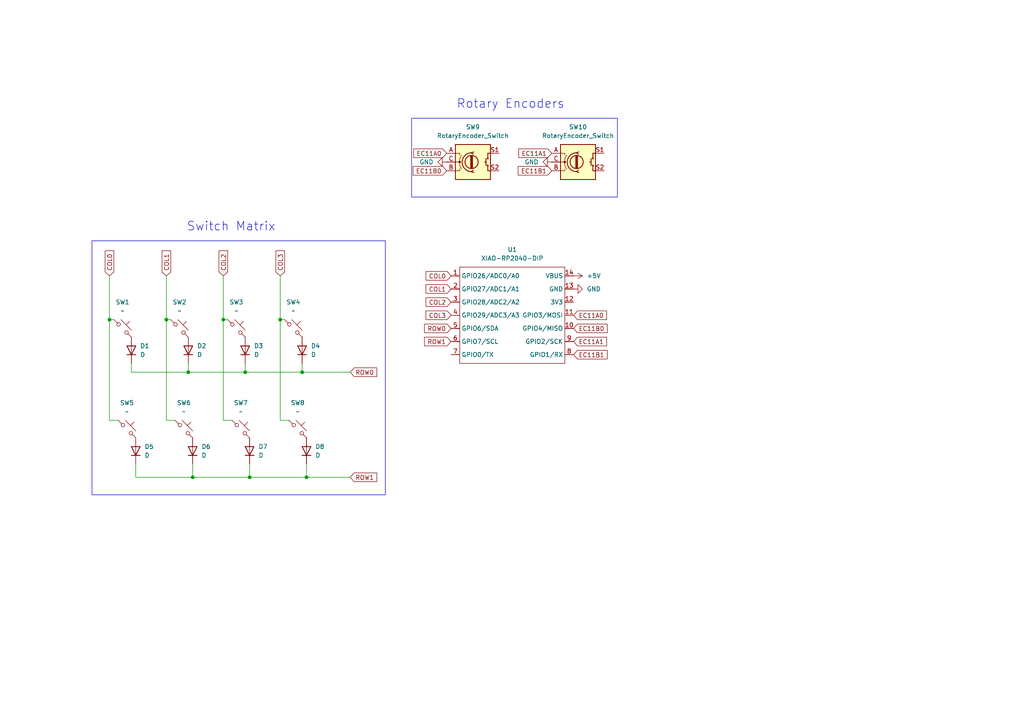
<source format=kicad_sch>
(kicad_sch
	(version 20250114)
	(generator "eeschema")
	(generator_version "9.0")
	(uuid "e5c40d3f-dc5b-46bd-a968-64e43e3e6c56")
	(paper "A4")
	(lib_symbols
		(symbol "Device:D"
			(pin_numbers
				(hide yes)
			)
			(pin_names
				(offset 1.016)
				(hide yes)
			)
			(exclude_from_sim no)
			(in_bom yes)
			(on_board yes)
			(property "Reference" "D"
				(at 0 2.54 0)
				(effects
					(font
						(size 1.27 1.27)
					)
				)
			)
			(property "Value" "D"
				(at 0 -2.54 0)
				(effects
					(font
						(size 1.27 1.27)
					)
				)
			)
			(property "Footprint" ""
				(at 0 0 0)
				(effects
					(font
						(size 1.27 1.27)
					)
					(hide yes)
				)
			)
			(property "Datasheet" "~"
				(at 0 0 0)
				(effects
					(font
						(size 1.27 1.27)
					)
					(hide yes)
				)
			)
			(property "Description" "Diode"
				(at 0 0 0)
				(effects
					(font
						(size 1.27 1.27)
					)
					(hide yes)
				)
			)
			(property "Sim.Device" "D"
				(at 0 0 0)
				(effects
					(font
						(size 1.27 1.27)
					)
					(hide yes)
				)
			)
			(property "Sim.Pins" "1=K 2=A"
				(at 0 0 0)
				(effects
					(font
						(size 1.27 1.27)
					)
					(hide yes)
				)
			)
			(property "ki_keywords" "diode"
				(at 0 0 0)
				(effects
					(font
						(size 1.27 1.27)
					)
					(hide yes)
				)
			)
			(property "ki_fp_filters" "TO-???* *_Diode_* *SingleDiode* D_*"
				(at 0 0 0)
				(effects
					(font
						(size 1.27 1.27)
					)
					(hide yes)
				)
			)
			(symbol "D_0_1"
				(polyline
					(pts
						(xy -1.27 1.27) (xy -1.27 -1.27)
					)
					(stroke
						(width 0.254)
						(type default)
					)
					(fill
						(type none)
					)
				)
				(polyline
					(pts
						(xy 1.27 1.27) (xy 1.27 -1.27) (xy -1.27 0) (xy 1.27 1.27)
					)
					(stroke
						(width 0.254)
						(type default)
					)
					(fill
						(type none)
					)
				)
				(polyline
					(pts
						(xy 1.27 0) (xy -1.27 0)
					)
					(stroke
						(width 0)
						(type default)
					)
					(fill
						(type none)
					)
				)
			)
			(symbol "D_1_1"
				(pin passive line
					(at -3.81 0 0)
					(length 2.54)
					(name "K"
						(effects
							(font
								(size 1.27 1.27)
							)
						)
					)
					(number "1"
						(effects
							(font
								(size 1.27 1.27)
							)
						)
					)
				)
				(pin passive line
					(at 3.81 0 180)
					(length 2.54)
					(name "A"
						(effects
							(font
								(size 1.27 1.27)
							)
						)
					)
					(number "2"
						(effects
							(font
								(size 1.27 1.27)
							)
						)
					)
				)
			)
			(embedded_fonts no)
		)
		(symbol "Device:RotaryEncoder_Switch"
			(pin_names
				(offset 0.254)
				(hide yes)
			)
			(exclude_from_sim no)
			(in_bom yes)
			(on_board yes)
			(property "Reference" "SW"
				(at 0 6.604 0)
				(effects
					(font
						(size 1.27 1.27)
					)
				)
			)
			(property "Value" "RotaryEncoder_Switch"
				(at 0 -6.604 0)
				(effects
					(font
						(size 1.27 1.27)
					)
				)
			)
			(property "Footprint" ""
				(at -3.81 4.064 0)
				(effects
					(font
						(size 1.27 1.27)
					)
					(hide yes)
				)
			)
			(property "Datasheet" "~"
				(at 0 6.604 0)
				(effects
					(font
						(size 1.27 1.27)
					)
					(hide yes)
				)
			)
			(property "Description" "Rotary encoder, dual channel, incremental quadrate outputs, with switch"
				(at 0 0 0)
				(effects
					(font
						(size 1.27 1.27)
					)
					(hide yes)
				)
			)
			(property "ki_keywords" "rotary switch encoder switch push button"
				(at 0 0 0)
				(effects
					(font
						(size 1.27 1.27)
					)
					(hide yes)
				)
			)
			(property "ki_fp_filters" "RotaryEncoder*Switch*"
				(at 0 0 0)
				(effects
					(font
						(size 1.27 1.27)
					)
					(hide yes)
				)
			)
			(symbol "RotaryEncoder_Switch_0_1"
				(rectangle
					(start -5.08 5.08)
					(end 5.08 -5.08)
					(stroke
						(width 0.254)
						(type default)
					)
					(fill
						(type background)
					)
				)
				(polyline
					(pts
						(xy -5.08 2.54) (xy -3.81 2.54) (xy -3.81 2.032)
					)
					(stroke
						(width 0)
						(type default)
					)
					(fill
						(type none)
					)
				)
				(polyline
					(pts
						(xy -5.08 0) (xy -3.81 0) (xy -3.81 -1.016) (xy -3.302 -2.032)
					)
					(stroke
						(width 0)
						(type default)
					)
					(fill
						(type none)
					)
				)
				(polyline
					(pts
						(xy -5.08 -2.54) (xy -3.81 -2.54) (xy -3.81 -2.032)
					)
					(stroke
						(width 0)
						(type default)
					)
					(fill
						(type none)
					)
				)
				(polyline
					(pts
						(xy -4.318 0) (xy -3.81 0) (xy -3.81 1.016) (xy -3.302 2.032)
					)
					(stroke
						(width 0)
						(type default)
					)
					(fill
						(type none)
					)
				)
				(circle
					(center -3.81 0)
					(radius 0.254)
					(stroke
						(width 0)
						(type default)
					)
					(fill
						(type outline)
					)
				)
				(polyline
					(pts
						(xy -0.635 -1.778) (xy -0.635 1.778)
					)
					(stroke
						(width 0.254)
						(type default)
					)
					(fill
						(type none)
					)
				)
				(circle
					(center -0.381 0)
					(radius 1.905)
					(stroke
						(width 0.254)
						(type default)
					)
					(fill
						(type none)
					)
				)
				(polyline
					(pts
						(xy -0.381 -1.778) (xy -0.381 1.778)
					)
					(stroke
						(width 0.254)
						(type default)
					)
					(fill
						(type none)
					)
				)
				(arc
					(start -0.381 -2.794)
					(mid -3.0988 -0.0635)
					(end -0.381 2.667)
					(stroke
						(width 0.254)
						(type default)
					)
					(fill
						(type none)
					)
				)
				(polyline
					(pts
						(xy -0.127 1.778) (xy -0.127 -1.778)
					)
					(stroke
						(width 0.254)
						(type default)
					)
					(fill
						(type none)
					)
				)
				(polyline
					(pts
						(xy 0.254 2.921) (xy -0.508 2.667) (xy 0.127 2.286)
					)
					(stroke
						(width 0.254)
						(type default)
					)
					(fill
						(type none)
					)
				)
				(polyline
					(pts
						(xy 0.254 -3.048) (xy -0.508 -2.794) (xy 0.127 -2.413)
					)
					(stroke
						(width 0.254)
						(type default)
					)
					(fill
						(type none)
					)
				)
				(polyline
					(pts
						(xy 3.81 1.016) (xy 3.81 -1.016)
					)
					(stroke
						(width 0.254)
						(type default)
					)
					(fill
						(type none)
					)
				)
				(polyline
					(pts
						(xy 3.81 0) (xy 3.429 0)
					)
					(stroke
						(width 0.254)
						(type default)
					)
					(fill
						(type none)
					)
				)
				(circle
					(center 4.318 1.016)
					(radius 0.127)
					(stroke
						(width 0.254)
						(type default)
					)
					(fill
						(type none)
					)
				)
				(circle
					(center 4.318 -1.016)
					(radius 0.127)
					(stroke
						(width 0.254)
						(type default)
					)
					(fill
						(type none)
					)
				)
				(polyline
					(pts
						(xy 5.08 2.54) (xy 4.318 2.54) (xy 4.318 1.016)
					)
					(stroke
						(width 0.254)
						(type default)
					)
					(fill
						(type none)
					)
				)
				(polyline
					(pts
						(xy 5.08 -2.54) (xy 4.318 -2.54) (xy 4.318 -1.016)
					)
					(stroke
						(width 0.254)
						(type default)
					)
					(fill
						(type none)
					)
				)
			)
			(symbol "RotaryEncoder_Switch_1_1"
				(pin passive line
					(at -7.62 2.54 0)
					(length 2.54)
					(name "A"
						(effects
							(font
								(size 1.27 1.27)
							)
						)
					)
					(number "A"
						(effects
							(font
								(size 1.27 1.27)
							)
						)
					)
				)
				(pin passive line
					(at -7.62 0 0)
					(length 2.54)
					(name "C"
						(effects
							(font
								(size 1.27 1.27)
							)
						)
					)
					(number "C"
						(effects
							(font
								(size 1.27 1.27)
							)
						)
					)
				)
				(pin passive line
					(at -7.62 -2.54 0)
					(length 2.54)
					(name "B"
						(effects
							(font
								(size 1.27 1.27)
							)
						)
					)
					(number "B"
						(effects
							(font
								(size 1.27 1.27)
							)
						)
					)
				)
				(pin passive line
					(at 7.62 2.54 180)
					(length 2.54)
					(name "S1"
						(effects
							(font
								(size 1.27 1.27)
							)
						)
					)
					(number "S1"
						(effects
							(font
								(size 1.27 1.27)
							)
						)
					)
				)
				(pin passive line
					(at 7.62 -2.54 180)
					(length 2.54)
					(name "S2"
						(effects
							(font
								(size 1.27 1.27)
							)
						)
					)
					(number "S2"
						(effects
							(font
								(size 1.27 1.27)
							)
						)
					)
				)
			)
			(embedded_fonts no)
		)
		(symbol "OPL:XIAO-RP2040-DIP"
			(exclude_from_sim no)
			(in_bom yes)
			(on_board yes)
			(property "Reference" "U"
				(at 0 0 0)
				(effects
					(font
						(size 1.27 1.27)
					)
				)
			)
			(property "Value" "XIAO-RP2040-DIP"
				(at 5.334 -1.778 0)
				(effects
					(font
						(size 1.27 1.27)
					)
				)
			)
			(property "Footprint" "Module:MOUDLE14P-XIAO-DIP-SMD"
				(at 14.478 -32.258 0)
				(effects
					(font
						(size 1.27 1.27)
					)
					(hide yes)
				)
			)
			(property "Datasheet" ""
				(at 0 0 0)
				(effects
					(font
						(size 1.27 1.27)
					)
					(hide yes)
				)
			)
			(property "Description" ""
				(at 0 0 0)
				(effects
					(font
						(size 1.27 1.27)
					)
					(hide yes)
				)
			)
			(symbol "XIAO-RP2040-DIP_1_0"
				(polyline
					(pts
						(xy -1.27 -2.54) (xy 29.21 -2.54)
					)
					(stroke
						(width 0.1524)
						(type solid)
					)
					(fill
						(type none)
					)
				)
				(polyline
					(pts
						(xy -1.27 -5.08) (xy -2.54 -5.08)
					)
					(stroke
						(width 0.1524)
						(type solid)
					)
					(fill
						(type none)
					)
				)
				(polyline
					(pts
						(xy -1.27 -5.08) (xy -1.27 -2.54)
					)
					(stroke
						(width 0.1524)
						(type solid)
					)
					(fill
						(type none)
					)
				)
				(polyline
					(pts
						(xy -1.27 -8.89) (xy -2.54 -8.89)
					)
					(stroke
						(width 0.1524)
						(type solid)
					)
					(fill
						(type none)
					)
				)
				(polyline
					(pts
						(xy -1.27 -8.89) (xy -1.27 -5.08)
					)
					(stroke
						(width 0.1524)
						(type solid)
					)
					(fill
						(type none)
					)
				)
				(polyline
					(pts
						(xy -1.27 -12.7) (xy -2.54 -12.7)
					)
					(stroke
						(width 0.1524)
						(type solid)
					)
					(fill
						(type none)
					)
				)
				(polyline
					(pts
						(xy -1.27 -12.7) (xy -1.27 -8.89)
					)
					(stroke
						(width 0.1524)
						(type solid)
					)
					(fill
						(type none)
					)
				)
				(polyline
					(pts
						(xy -1.27 -16.51) (xy -2.54 -16.51)
					)
					(stroke
						(width 0.1524)
						(type solid)
					)
					(fill
						(type none)
					)
				)
				(polyline
					(pts
						(xy -1.27 -16.51) (xy -1.27 -12.7)
					)
					(stroke
						(width 0.1524)
						(type solid)
					)
					(fill
						(type none)
					)
				)
				(polyline
					(pts
						(xy -1.27 -20.32) (xy -2.54 -20.32)
					)
					(stroke
						(width 0.1524)
						(type solid)
					)
					(fill
						(type none)
					)
				)
				(polyline
					(pts
						(xy -1.27 -24.13) (xy -2.54 -24.13)
					)
					(stroke
						(width 0.1524)
						(type solid)
					)
					(fill
						(type none)
					)
				)
				(polyline
					(pts
						(xy -1.27 -27.94) (xy -2.54 -27.94)
					)
					(stroke
						(width 0.1524)
						(type solid)
					)
					(fill
						(type none)
					)
				)
				(polyline
					(pts
						(xy -1.27 -30.48) (xy -1.27 -16.51)
					)
					(stroke
						(width 0.1524)
						(type solid)
					)
					(fill
						(type none)
					)
				)
				(polyline
					(pts
						(xy 29.21 -2.54) (xy 29.21 -5.08)
					)
					(stroke
						(width 0.1524)
						(type solid)
					)
					(fill
						(type none)
					)
				)
				(polyline
					(pts
						(xy 29.21 -5.08) (xy 29.21 -8.89)
					)
					(stroke
						(width 0.1524)
						(type solid)
					)
					(fill
						(type none)
					)
				)
				(polyline
					(pts
						(xy 29.21 -8.89) (xy 29.21 -12.7)
					)
					(stroke
						(width 0.1524)
						(type solid)
					)
					(fill
						(type none)
					)
				)
				(polyline
					(pts
						(xy 29.21 -12.7) (xy 29.21 -30.48)
					)
					(stroke
						(width 0.1524)
						(type solid)
					)
					(fill
						(type none)
					)
				)
				(polyline
					(pts
						(xy 29.21 -30.48) (xy -1.27 -30.48)
					)
					(stroke
						(width 0.1524)
						(type solid)
					)
					(fill
						(type none)
					)
				)
				(polyline
					(pts
						(xy 30.48 -5.08) (xy 29.21 -5.08)
					)
					(stroke
						(width 0.1524)
						(type solid)
					)
					(fill
						(type none)
					)
				)
				(polyline
					(pts
						(xy 30.48 -8.89) (xy 29.21 -8.89)
					)
					(stroke
						(width 0.1524)
						(type solid)
					)
					(fill
						(type none)
					)
				)
				(polyline
					(pts
						(xy 30.48 -12.7) (xy 29.21 -12.7)
					)
					(stroke
						(width 0.1524)
						(type solid)
					)
					(fill
						(type none)
					)
				)
				(polyline
					(pts
						(xy 30.48 -16.51) (xy 29.21 -16.51)
					)
					(stroke
						(width 0.1524)
						(type solid)
					)
					(fill
						(type none)
					)
				)
				(polyline
					(pts
						(xy 30.48 -20.32) (xy 29.21 -20.32)
					)
					(stroke
						(width 0.1524)
						(type solid)
					)
					(fill
						(type none)
					)
				)
				(polyline
					(pts
						(xy 30.48 -24.13) (xy 29.21 -24.13)
					)
					(stroke
						(width 0.1524)
						(type solid)
					)
					(fill
						(type none)
					)
				)
				(polyline
					(pts
						(xy 30.48 -27.94) (xy 29.21 -27.94)
					)
					(stroke
						(width 0.1524)
						(type solid)
					)
					(fill
						(type none)
					)
				)
				(pin passive line
					(at -3.81 -5.08 0)
					(length 2.54)
					(name "GPIO26/ADC0/A0"
						(effects
							(font
								(size 1.27 1.27)
							)
						)
					)
					(number "1"
						(effects
							(font
								(size 1.27 1.27)
							)
						)
					)
				)
				(pin passive line
					(at -3.81 -8.89 0)
					(length 2.54)
					(name "GPIO27/ADC1/A1"
						(effects
							(font
								(size 1.27 1.27)
							)
						)
					)
					(number "2"
						(effects
							(font
								(size 1.27 1.27)
							)
						)
					)
				)
				(pin passive line
					(at -3.81 -12.7 0)
					(length 2.54)
					(name "GPIO28/ADC2/A2"
						(effects
							(font
								(size 1.27 1.27)
							)
						)
					)
					(number "3"
						(effects
							(font
								(size 1.27 1.27)
							)
						)
					)
				)
				(pin passive line
					(at -3.81 -16.51 0)
					(length 2.54)
					(name "GPIO29/ADC3/A3"
						(effects
							(font
								(size 1.27 1.27)
							)
						)
					)
					(number "4"
						(effects
							(font
								(size 1.27 1.27)
							)
						)
					)
				)
				(pin passive line
					(at -3.81 -20.32 0)
					(length 2.54)
					(name "GPIO6/SDA"
						(effects
							(font
								(size 1.27 1.27)
							)
						)
					)
					(number "5"
						(effects
							(font
								(size 1.27 1.27)
							)
						)
					)
				)
				(pin passive line
					(at -3.81 -24.13 0)
					(length 2.54)
					(name "GPIO7/SCL"
						(effects
							(font
								(size 1.27 1.27)
							)
						)
					)
					(number "6"
						(effects
							(font
								(size 1.27 1.27)
							)
						)
					)
				)
				(pin passive line
					(at -3.81 -27.94 0)
					(length 2.54)
					(name "GPIO0/TX"
						(effects
							(font
								(size 1.27 1.27)
							)
						)
					)
					(number "7"
						(effects
							(font
								(size 1.27 1.27)
							)
						)
					)
				)
				(pin passive line
					(at 31.75 -5.08 180)
					(length 2.54)
					(name "VBUS"
						(effects
							(font
								(size 1.27 1.27)
							)
						)
					)
					(number "14"
						(effects
							(font
								(size 1.27 1.27)
							)
						)
					)
				)
				(pin passive line
					(at 31.75 -8.89 180)
					(length 2.54)
					(name "GND"
						(effects
							(font
								(size 1.27 1.27)
							)
						)
					)
					(number "13"
						(effects
							(font
								(size 1.27 1.27)
							)
						)
					)
				)
				(pin passive line
					(at 31.75 -12.7 180)
					(length 2.54)
					(name "3V3"
						(effects
							(font
								(size 1.27 1.27)
							)
						)
					)
					(number "12"
						(effects
							(font
								(size 1.27 1.27)
							)
						)
					)
				)
				(pin passive line
					(at 31.75 -16.51 180)
					(length 2.54)
					(name "GPIO3/MOSI"
						(effects
							(font
								(size 1.27 1.27)
							)
						)
					)
					(number "11"
						(effects
							(font
								(size 1.27 1.27)
							)
						)
					)
				)
				(pin passive line
					(at 31.75 -20.32 180)
					(length 2.54)
					(name "GPIO4/MISO"
						(effects
							(font
								(size 1.27 1.27)
							)
						)
					)
					(number "10"
						(effects
							(font
								(size 1.27 1.27)
							)
						)
					)
				)
				(pin passive line
					(at 31.75 -24.13 180)
					(length 2.54)
					(name "GPIO2/SCK"
						(effects
							(font
								(size 1.27 1.27)
							)
						)
					)
					(number "9"
						(effects
							(font
								(size 1.27 1.27)
							)
						)
					)
				)
				(pin passive line
					(at 31.75 -27.94 180)
					(length 2.54)
					(name "GPIO1/RX"
						(effects
							(font
								(size 1.27 1.27)
							)
						)
					)
					(number "8"
						(effects
							(font
								(size 1.27 1.27)
							)
						)
					)
				)
			)
			(embedded_fonts no)
		)
		(symbol "Switch:SW_Push_45deg"
			(pin_numbers
				(hide yes)
			)
			(pin_names
				(offset 1.016)
				(hide yes)
			)
			(exclude_from_sim no)
			(in_bom yes)
			(on_board yes)
			(property "Reference" "SW"
				(at 3.048 1.016 0)
				(effects
					(font
						(size 1.27 1.27)
					)
					(justify left)
				)
			)
			(property "Value" "SW_Push_45deg"
				(at 0 -3.81 0)
				(effects
					(font
						(size 1.27 1.27)
					)
				)
			)
			(property "Footprint" ""
				(at 0 0 0)
				(effects
					(font
						(size 1.27 1.27)
					)
					(hide yes)
				)
			)
			(property "Datasheet" "~"
				(at 0 0 0)
				(effects
					(font
						(size 1.27 1.27)
					)
					(hide yes)
				)
			)
			(property "Description" "Push button switch, normally open, two pins, 45° tilted"
				(at 0 0 0)
				(effects
					(font
						(size 1.27 1.27)
					)
					(hide yes)
				)
			)
			(property "ki_keywords" "switch normally-open pushbutton push-button"
				(at 0 0 0)
				(effects
					(font
						(size 1.27 1.27)
					)
					(hide yes)
				)
			)
			(symbol "SW_Push_45deg_0_1"
				(polyline
					(pts
						(xy -2.54 2.54) (xy -1.524 1.524) (xy -1.524 1.524)
					)
					(stroke
						(width 0)
						(type default)
					)
					(fill
						(type none)
					)
				)
				(circle
					(center -1.1684 1.1684)
					(radius 0.508)
					(stroke
						(width 0)
						(type default)
					)
					(fill
						(type none)
					)
				)
				(polyline
					(pts
						(xy -0.508 2.54) (xy 2.54 -0.508)
					)
					(stroke
						(width 0)
						(type default)
					)
					(fill
						(type none)
					)
				)
				(polyline
					(pts
						(xy 1.016 1.016) (xy 2.032 2.032)
					)
					(stroke
						(width 0)
						(type default)
					)
					(fill
						(type none)
					)
				)
				(circle
					(center 1.143 -1.1938)
					(radius 0.508)
					(stroke
						(width 0)
						(type default)
					)
					(fill
						(type none)
					)
				)
				(polyline
					(pts
						(xy 1.524 -1.524) (xy 2.54 -2.54) (xy 2.54 -2.54) (xy 2.54 -2.54)
					)
					(stroke
						(width 0)
						(type default)
					)
					(fill
						(type none)
					)
				)
				(pin passive line
					(at -2.54 2.54 0)
					(length 0)
					(name "1"
						(effects
							(font
								(size 1.27 1.27)
							)
						)
					)
					(number "1"
						(effects
							(font
								(size 1.27 1.27)
							)
						)
					)
				)
				(pin passive line
					(at 2.54 -2.54 180)
					(length 0)
					(name "2"
						(effects
							(font
								(size 1.27 1.27)
							)
						)
					)
					(number "2"
						(effects
							(font
								(size 1.27 1.27)
							)
						)
					)
				)
			)
			(embedded_fonts no)
		)
		(symbol "power:+5V"
			(power)
			(pin_numbers
				(hide yes)
			)
			(pin_names
				(offset 0)
				(hide yes)
			)
			(exclude_from_sim no)
			(in_bom yes)
			(on_board yes)
			(property "Reference" "#PWR"
				(at 0 -3.81 0)
				(effects
					(font
						(size 1.27 1.27)
					)
					(hide yes)
				)
			)
			(property "Value" "+5V"
				(at 0 3.556 0)
				(effects
					(font
						(size 1.27 1.27)
					)
				)
			)
			(property "Footprint" ""
				(at 0 0 0)
				(effects
					(font
						(size 1.27 1.27)
					)
					(hide yes)
				)
			)
			(property "Datasheet" ""
				(at 0 0 0)
				(effects
					(font
						(size 1.27 1.27)
					)
					(hide yes)
				)
			)
			(property "Description" "Power symbol creates a global label with name \"+5V\""
				(at 0 0 0)
				(effects
					(font
						(size 1.27 1.27)
					)
					(hide yes)
				)
			)
			(property "ki_keywords" "global power"
				(at 0 0 0)
				(effects
					(font
						(size 1.27 1.27)
					)
					(hide yes)
				)
			)
			(symbol "+5V_0_1"
				(polyline
					(pts
						(xy -0.762 1.27) (xy 0 2.54)
					)
					(stroke
						(width 0)
						(type default)
					)
					(fill
						(type none)
					)
				)
				(polyline
					(pts
						(xy 0 2.54) (xy 0.762 1.27)
					)
					(stroke
						(width 0)
						(type default)
					)
					(fill
						(type none)
					)
				)
				(polyline
					(pts
						(xy 0 0) (xy 0 2.54)
					)
					(stroke
						(width 0)
						(type default)
					)
					(fill
						(type none)
					)
				)
			)
			(symbol "+5V_1_1"
				(pin power_in line
					(at 0 0 90)
					(length 0)
					(name "~"
						(effects
							(font
								(size 1.27 1.27)
							)
						)
					)
					(number "1"
						(effects
							(font
								(size 1.27 1.27)
							)
						)
					)
				)
			)
			(embedded_fonts no)
		)
		(symbol "power:GND"
			(power)
			(pin_numbers
				(hide yes)
			)
			(pin_names
				(offset 0)
				(hide yes)
			)
			(exclude_from_sim no)
			(in_bom yes)
			(on_board yes)
			(property "Reference" "#PWR"
				(at 0 -6.35 0)
				(effects
					(font
						(size 1.27 1.27)
					)
					(hide yes)
				)
			)
			(property "Value" "GND"
				(at 0 -3.81 0)
				(effects
					(font
						(size 1.27 1.27)
					)
				)
			)
			(property "Footprint" ""
				(at 0 0 0)
				(effects
					(font
						(size 1.27 1.27)
					)
					(hide yes)
				)
			)
			(property "Datasheet" ""
				(at 0 0 0)
				(effects
					(font
						(size 1.27 1.27)
					)
					(hide yes)
				)
			)
			(property "Description" "Power symbol creates a global label with name \"GND\" , ground"
				(at 0 0 0)
				(effects
					(font
						(size 1.27 1.27)
					)
					(hide yes)
				)
			)
			(property "ki_keywords" "global power"
				(at 0 0 0)
				(effects
					(font
						(size 1.27 1.27)
					)
					(hide yes)
				)
			)
			(symbol "GND_0_1"
				(polyline
					(pts
						(xy 0 0) (xy 0 -1.27) (xy 1.27 -1.27) (xy 0 -2.54) (xy -1.27 -1.27) (xy 0 -1.27)
					)
					(stroke
						(width 0)
						(type default)
					)
					(fill
						(type none)
					)
				)
			)
			(symbol "GND_1_1"
				(pin power_in line
					(at 0 0 270)
					(length 0)
					(name "~"
						(effects
							(font
								(size 1.27 1.27)
							)
						)
					)
					(number "1"
						(effects
							(font
								(size 1.27 1.27)
							)
						)
					)
				)
			)
			(embedded_fonts no)
		)
	)
	(rectangle
		(start 119.38 34.29)
		(end 179.07 57.15)
		(stroke
			(width 0)
			(type default)
		)
		(fill
			(type none)
		)
		(uuid 43a7fc29-1c0c-4e4f-9bef-18199d8d0e60)
	)
	(rectangle
		(start 26.67 69.85)
		(end 111.76 143.51)
		(stroke
			(width 0)
			(type default)
		)
		(fill
			(type none)
		)
		(uuid df4fd1e0-9c5b-4520-bdc2-d132428e7238)
	)
	(text "Rotary Encoders"
		(exclude_from_sim no)
		(at 148.082 30.226 0)
		(effects
			(font
				(size 2.54 2.54)
			)
		)
		(uuid "cf156925-0d59-43ef-babc-d43dd16ffac5")
	)
	(text "Switch Matrix"
		(exclude_from_sim no)
		(at 67.056 65.786 0)
		(effects
			(font
				(size 2.54 2.54)
			)
		)
		(uuid "db343fa7-2fb6-4914-9f38-ee7e56a7ae62")
	)
	(junction
		(at 48.26 92.71)
		(diameter 0)
		(color 0 0 0 0)
		(uuid "0a9b0a09-8cdf-46ee-88db-e7359140d217")
	)
	(junction
		(at 81.28 92.71)
		(diameter 0)
		(color 0 0 0 0)
		(uuid "245bb3b0-a2ae-4230-9211-2c94c9b4f80d")
	)
	(junction
		(at 72.39 138.43)
		(diameter 0)
		(color 0 0 0 0)
		(uuid "39b15f0e-ffbd-4a5e-8d24-b3ff310ba9e2")
	)
	(junction
		(at 87.63 107.95)
		(diameter 0)
		(color 0 0 0 0)
		(uuid "44558ec6-177e-48e6-82e3-75d0f20ae464")
	)
	(junction
		(at 88.9 138.43)
		(diameter 0)
		(color 0 0 0 0)
		(uuid "5a9844fd-bc89-4de0-86f1-b79ac18f6777")
	)
	(junction
		(at 55.88 138.43)
		(diameter 0)
		(color 0 0 0 0)
		(uuid "65a598af-5fea-4083-8b68-17cec661e3ef")
	)
	(junction
		(at 71.12 107.95)
		(diameter 0)
		(color 0 0 0 0)
		(uuid "8c3730a6-43ae-4de4-a326-3d86c1ed568f")
	)
	(junction
		(at 54.61 107.95)
		(diameter 0)
		(color 0 0 0 0)
		(uuid "b24320aa-03d0-41de-98b1-f2e5b750de45")
	)
	(junction
		(at 64.77 92.71)
		(diameter 0)
		(color 0 0 0 0)
		(uuid "cb0fff00-1b87-472d-91b1-32c7f43309fc")
	)
	(junction
		(at 31.75 92.71)
		(diameter 0)
		(color 0 0 0 0)
		(uuid "d9c444f0-d5c0-4780-8750-77e241c36a28")
	)
	(wire
		(pts
			(xy 55.88 134.62) (xy 55.88 138.43)
		)
		(stroke
			(width 0)
			(type default)
		)
		(uuid "00292909-a693-4252-9258-2b731f6a3a60")
	)
	(wire
		(pts
			(xy 81.28 92.71) (xy 81.28 121.92)
		)
		(stroke
			(width 0)
			(type default)
		)
		(uuid "09ed958b-6abc-422d-aa80-b3746fc600c8")
	)
	(wire
		(pts
			(xy 81.28 80.01) (xy 81.28 92.71)
		)
		(stroke
			(width 0)
			(type default)
		)
		(uuid "1c9aa5ca-e6e8-4783-99b8-8edbb66ad1c3")
	)
	(wire
		(pts
			(xy 87.63 107.95) (xy 101.6 107.95)
		)
		(stroke
			(width 0)
			(type default)
		)
		(uuid "2f6a6721-5415-416f-bd66-dad24f9ea867")
	)
	(wire
		(pts
			(xy 39.37 134.62) (xy 39.37 138.43)
		)
		(stroke
			(width 0)
			(type default)
		)
		(uuid "34c833a0-bf33-44a5-9a79-ca74b7502da6")
	)
	(wire
		(pts
			(xy 38.1 105.41) (xy 38.1 107.95)
		)
		(stroke
			(width 0)
			(type default)
		)
		(uuid "43e20b82-b7c6-4a90-8431-ccaa9ad815d1")
	)
	(wire
		(pts
			(xy 48.26 121.92) (xy 50.8 121.92)
		)
		(stroke
			(width 0)
			(type default)
		)
		(uuid "43fc6831-b688-4d22-9c18-d60ecb54a373")
	)
	(wire
		(pts
			(xy 81.28 121.92) (xy 83.82 121.92)
		)
		(stroke
			(width 0)
			(type default)
		)
		(uuid "4844484f-7f8b-41c6-a95c-7b484846a0a0")
	)
	(wire
		(pts
			(xy 64.77 92.71) (xy 66.04 92.71)
		)
		(stroke
			(width 0)
			(type default)
		)
		(uuid "5a9932c7-15fb-4d8e-b07e-cbed92b2724c")
	)
	(wire
		(pts
			(xy 72.39 138.43) (xy 88.9 138.43)
		)
		(stroke
			(width 0)
			(type default)
		)
		(uuid "5acd9318-ac2b-4083-ac57-865c6af18e38")
	)
	(wire
		(pts
			(xy 38.1 107.95) (xy 54.61 107.95)
		)
		(stroke
			(width 0)
			(type default)
		)
		(uuid "5c89072a-b8a3-42cd-81a5-075f1ed911a7")
	)
	(wire
		(pts
			(xy 39.37 138.43) (xy 55.88 138.43)
		)
		(stroke
			(width 0)
			(type default)
		)
		(uuid "5e764e69-ea55-4477-901d-cfc6dfaeb9af")
	)
	(wire
		(pts
			(xy 88.9 134.62) (xy 88.9 138.43)
		)
		(stroke
			(width 0)
			(type default)
		)
		(uuid "629f79f0-f8d8-4742-a1a1-85d9926bde83")
	)
	(wire
		(pts
			(xy 54.61 105.41) (xy 54.61 107.95)
		)
		(stroke
			(width 0)
			(type default)
		)
		(uuid "6fc662cb-c810-4e6e-867d-103bf43636ae")
	)
	(wire
		(pts
			(xy 64.77 121.92) (xy 67.31 121.92)
		)
		(stroke
			(width 0)
			(type default)
		)
		(uuid "7149149a-3d96-4d4e-b2a9-329c45454e89")
	)
	(wire
		(pts
			(xy 87.63 105.41) (xy 87.63 107.95)
		)
		(stroke
			(width 0)
			(type default)
		)
		(uuid "73a9cdcc-97aa-4aee-9db0-1274b12a7e49")
	)
	(wire
		(pts
			(xy 81.28 92.71) (xy 82.55 92.71)
		)
		(stroke
			(width 0)
			(type default)
		)
		(uuid "a665ac1b-6756-4061-92ba-7803bbf24822")
	)
	(wire
		(pts
			(xy 71.12 105.41) (xy 71.12 107.95)
		)
		(stroke
			(width 0)
			(type default)
		)
		(uuid "a8c12496-7b07-4875-959c-9c4379e40baf")
	)
	(wire
		(pts
			(xy 64.77 80.01) (xy 64.77 92.71)
		)
		(stroke
			(width 0)
			(type default)
		)
		(uuid "aa018bb6-b68f-4b2f-a61d-40e0858a333c")
	)
	(wire
		(pts
			(xy 64.77 92.71) (xy 64.77 121.92)
		)
		(stroke
			(width 0)
			(type default)
		)
		(uuid "bf9a93d8-1e09-480f-8c2c-6049879e48bf")
	)
	(wire
		(pts
			(xy 48.26 80.01) (xy 48.26 92.71)
		)
		(stroke
			(width 0)
			(type default)
		)
		(uuid "c30d68c5-f39d-496d-87f9-355a782aaede")
	)
	(wire
		(pts
			(xy 31.75 80.01) (xy 31.75 92.71)
		)
		(stroke
			(width 0)
			(type default)
		)
		(uuid "c65d1b52-43f2-4f07-9aa0-28a29066ae0c")
	)
	(wire
		(pts
			(xy 55.88 138.43) (xy 72.39 138.43)
		)
		(stroke
			(width 0)
			(type default)
		)
		(uuid "c7e9ce15-1a27-47cb-8fde-a241ac297827")
	)
	(wire
		(pts
			(xy 48.26 92.71) (xy 48.26 121.92)
		)
		(stroke
			(width 0)
			(type default)
		)
		(uuid "d1d77948-40ac-44e9-86c7-16c2f55259e1")
	)
	(wire
		(pts
			(xy 54.61 107.95) (xy 71.12 107.95)
		)
		(stroke
			(width 0)
			(type default)
		)
		(uuid "d2dc4e65-6665-435a-94a8-e73768c4f10e")
	)
	(wire
		(pts
			(xy 72.39 134.62) (xy 72.39 138.43)
		)
		(stroke
			(width 0)
			(type default)
		)
		(uuid "e08ebbeb-d66c-400c-963f-7862a5b46238")
	)
	(wire
		(pts
			(xy 31.75 92.71) (xy 31.75 121.92)
		)
		(stroke
			(width 0)
			(type default)
		)
		(uuid "e2a32598-6eeb-4612-a92b-649d61ee9e52")
	)
	(wire
		(pts
			(xy 88.9 138.43) (xy 101.6 138.43)
		)
		(stroke
			(width 0)
			(type default)
		)
		(uuid "eda10582-4891-4e6c-abb4-fb93f35c38ae")
	)
	(wire
		(pts
			(xy 31.75 92.71) (xy 33.02 92.71)
		)
		(stroke
			(width 0)
			(type default)
		)
		(uuid "f7ae9c08-1dec-4869-8214-415d183441b6")
	)
	(wire
		(pts
			(xy 31.75 121.92) (xy 34.29 121.92)
		)
		(stroke
			(width 0)
			(type default)
		)
		(uuid "f80ff4cd-8b69-4f6b-97b0-542f031a5469")
	)
	(wire
		(pts
			(xy 48.26 92.71) (xy 49.53 92.71)
		)
		(stroke
			(width 0)
			(type default)
		)
		(uuid "f8595f73-4e49-402c-bf50-893ade6b0461")
	)
	(wire
		(pts
			(xy 71.12 107.95) (xy 87.63 107.95)
		)
		(stroke
			(width 0)
			(type default)
		)
		(uuid "f96985ca-44f9-48ea-9a8c-a7c2c4ce6972")
	)
	(global_label "COL0"
		(shape input)
		(at 130.81 80.01 180)
		(fields_autoplaced yes)
		(effects
			(font
				(size 1.27 1.27)
			)
			(justify right)
		)
		(uuid "00387496-3505-4f06-9cc5-5b7618f92a03")
		(property "Intersheetrefs" "${INTERSHEET_REFS}"
			(at 122.9867 80.01 0)
			(effects
				(font
					(size 1.27 1.27)
				)
				(justify right)
				(hide yes)
			)
		)
	)
	(global_label "COL3"
		(shape input)
		(at 81.28 80.01 90)
		(fields_autoplaced yes)
		(effects
			(font
				(size 1.27 1.27)
			)
			(justify left)
		)
		(uuid "03e9d757-0cf9-4af7-9735-f47ace829938")
		(property "Intersheetrefs" "${INTERSHEET_REFS}"
			(at 81.28 72.1867 90)
			(effects
				(font
					(size 1.27 1.27)
				)
				(justify left)
				(hide yes)
			)
		)
	)
	(global_label "ROW0"
		(shape input)
		(at 130.81 95.25 180)
		(fields_autoplaced yes)
		(effects
			(font
				(size 1.27 1.27)
			)
			(justify right)
		)
		(uuid "0db634d5-4fa8-4b0d-8b3b-f102956b04df")
		(property "Intersheetrefs" "${INTERSHEET_REFS}"
			(at 122.5634 95.25 0)
			(effects
				(font
					(size 1.27 1.27)
				)
				(justify right)
				(hide yes)
			)
		)
	)
	(global_label "ROW1"
		(shape input)
		(at 101.6 138.43 0)
		(fields_autoplaced yes)
		(effects
			(font
				(size 1.27 1.27)
			)
			(justify left)
		)
		(uuid "156ce1da-1e26-4cc8-b741-2cc760236678")
		(property "Intersheetrefs" "${INTERSHEET_REFS}"
			(at 109.8466 138.43 0)
			(effects
				(font
					(size 1.27 1.27)
				)
				(justify left)
				(hide yes)
			)
		)
	)
	(global_label "COL2"
		(shape input)
		(at 130.81 87.63 180)
		(fields_autoplaced yes)
		(effects
			(font
				(size 1.27 1.27)
			)
			(justify right)
		)
		(uuid "21fb4af9-f156-430e-9df3-bc910a3648b3")
		(property "Intersheetrefs" "${INTERSHEET_REFS}"
			(at 122.9867 87.63 0)
			(effects
				(font
					(size 1.27 1.27)
				)
				(justify right)
				(hide yes)
			)
		)
	)
	(global_label "COL0"
		(shape input)
		(at 31.75 80.01 90)
		(fields_autoplaced yes)
		(effects
			(font
				(size 1.27 1.27)
			)
			(justify left)
		)
		(uuid "36884fd6-7e18-4ebb-9397-658761c47346")
		(property "Intersheetrefs" "${INTERSHEET_REFS}"
			(at 31.75 72.1867 90)
			(effects
				(font
					(size 1.27 1.27)
				)
				(justify left)
				(hide yes)
			)
		)
	)
	(global_label "EC11A0"
		(shape input)
		(at 129.54 44.45 180)
		(fields_autoplaced yes)
		(effects
			(font
				(size 1.27 1.27)
			)
			(justify right)
		)
		(uuid "3df36210-69c8-4a3e-a791-04598b6a2b2e")
		(property "Intersheetrefs" "${INTERSHEET_REFS}"
			(at 119.4187 44.45 0)
			(effects
				(font
					(size 1.27 1.27)
				)
				(justify right)
				(hide yes)
			)
		)
	)
	(global_label "EC11A1"
		(shape input)
		(at 160.02 44.45 180)
		(fields_autoplaced yes)
		(effects
			(font
				(size 1.27 1.27)
			)
			(justify right)
		)
		(uuid "49377dd8-170f-4783-8e04-f8da149dc6cf")
		(property "Intersheetrefs" "${INTERSHEET_REFS}"
			(at 149.8987 44.45 0)
			(effects
				(font
					(size 1.27 1.27)
				)
				(justify right)
				(hide yes)
			)
		)
	)
	(global_label "COL1"
		(shape input)
		(at 130.81 83.82 180)
		(fields_autoplaced yes)
		(effects
			(font
				(size 1.27 1.27)
			)
			(justify right)
		)
		(uuid "6070e8ec-0d58-408d-82ef-65e2b297eb0f")
		(property "Intersheetrefs" "${INTERSHEET_REFS}"
			(at 122.9867 83.82 0)
			(effects
				(font
					(size 1.27 1.27)
				)
				(justify right)
				(hide yes)
			)
		)
	)
	(global_label "EC11B1"
		(shape input)
		(at 166.37 102.87 0)
		(fields_autoplaced yes)
		(effects
			(font
				(size 1.27 1.27)
			)
			(justify left)
		)
		(uuid "6330989e-fde9-4b78-b50d-7386f827fab3")
		(property "Intersheetrefs" "${INTERSHEET_REFS}"
			(at 176.6727 102.87 0)
			(effects
				(font
					(size 1.27 1.27)
				)
				(justify left)
				(hide yes)
			)
		)
	)
	(global_label "EC11B1"
		(shape input)
		(at 160.02 49.53 180)
		(fields_autoplaced yes)
		(effects
			(font
				(size 1.27 1.27)
			)
			(justify right)
		)
		(uuid "8f491bf8-3489-46d1-8b01-c4dbbfb837d5")
		(property "Intersheetrefs" "${INTERSHEET_REFS}"
			(at 149.7173 49.53 0)
			(effects
				(font
					(size 1.27 1.27)
				)
				(justify right)
				(hide yes)
			)
		)
	)
	(global_label "EC11A0"
		(shape input)
		(at 166.37 91.44 0)
		(fields_autoplaced yes)
		(effects
			(font
				(size 1.27 1.27)
			)
			(justify left)
		)
		(uuid "920ccd84-6246-4dcc-bb1e-96aae8333d71")
		(property "Intersheetrefs" "${INTERSHEET_REFS}"
			(at 176.4913 91.44 0)
			(effects
				(font
					(size 1.27 1.27)
				)
				(justify left)
				(hide yes)
			)
		)
	)
	(global_label "EC11A1"
		(shape input)
		(at 166.37 99.06 0)
		(fields_autoplaced yes)
		(effects
			(font
				(size 1.27 1.27)
			)
			(justify left)
		)
		(uuid "9a2f2a70-59d6-408b-a681-1670ccb519a2")
		(property "Intersheetrefs" "${INTERSHEET_REFS}"
			(at 176.4913 99.06 0)
			(effects
				(font
					(size 1.27 1.27)
				)
				(justify left)
				(hide yes)
			)
		)
	)
	(global_label "COL2"
		(shape input)
		(at 64.77 80.01 90)
		(fields_autoplaced yes)
		(effects
			(font
				(size 1.27 1.27)
			)
			(justify left)
		)
		(uuid "a1fa4a59-db04-46bb-aebf-4b1da80a1c2d")
		(property "Intersheetrefs" "${INTERSHEET_REFS}"
			(at 64.77 72.1867 90)
			(effects
				(font
					(size 1.27 1.27)
				)
				(justify left)
				(hide yes)
			)
		)
	)
	(global_label "EC11B0"
		(shape input)
		(at 129.54 49.53 180)
		(fields_autoplaced yes)
		(effects
			(font
				(size 1.27 1.27)
			)
			(justify right)
		)
		(uuid "a7b84d3d-3195-4c49-9804-3e970606d1c6")
		(property "Intersheetrefs" "${INTERSHEET_REFS}"
			(at 119.2373 49.53 0)
			(effects
				(font
					(size 1.27 1.27)
				)
				(justify right)
				(hide yes)
			)
		)
	)
	(global_label "ROW1"
		(shape input)
		(at 130.81 99.06 180)
		(fields_autoplaced yes)
		(effects
			(font
				(size 1.27 1.27)
			)
			(justify right)
		)
		(uuid "bd0d00bb-a702-4f9e-bdfc-475498ebbc25")
		(property "Intersheetrefs" "${INTERSHEET_REFS}"
			(at 122.5634 99.06 0)
			(effects
				(font
					(size 1.27 1.27)
				)
				(justify right)
				(hide yes)
			)
		)
	)
	(global_label "ROW0"
		(shape input)
		(at 101.6 107.95 0)
		(fields_autoplaced yes)
		(effects
			(font
				(size 1.27 1.27)
			)
			(justify left)
		)
		(uuid "ce553a29-f773-4fa6-8024-8a993b499cd7")
		(property "Intersheetrefs" "${INTERSHEET_REFS}"
			(at 109.8466 107.95 0)
			(effects
				(font
					(size 1.27 1.27)
				)
				(justify left)
				(hide yes)
			)
		)
	)
	(global_label "COL1"
		(shape input)
		(at 48.26 80.01 90)
		(fields_autoplaced yes)
		(effects
			(font
				(size 1.27 1.27)
			)
			(justify left)
		)
		(uuid "d799ddc3-52b4-496f-a053-12b5e4434493")
		(property "Intersheetrefs" "${INTERSHEET_REFS}"
			(at 48.26 72.1867 90)
			(effects
				(font
					(size 1.27 1.27)
				)
				(justify left)
				(hide yes)
			)
		)
	)
	(global_label "EC11B0"
		(shape input)
		(at 166.37 95.25 0)
		(fields_autoplaced yes)
		(effects
			(font
				(size 1.27 1.27)
			)
			(justify left)
		)
		(uuid "f70d935f-b420-4b9e-a6bb-c7158550acdd")
		(property "Intersheetrefs" "${INTERSHEET_REFS}"
			(at 176.6727 95.25 0)
			(effects
				(font
					(size 1.27 1.27)
				)
				(justify left)
				(hide yes)
			)
		)
	)
	(global_label "COL3"
		(shape input)
		(at 130.81 91.44 180)
		(fields_autoplaced yes)
		(effects
			(font
				(size 1.27 1.27)
			)
			(justify right)
		)
		(uuid "fc2bc527-37bd-42ee-a6df-50ee470f9aa1")
		(property "Intersheetrefs" "${INTERSHEET_REFS}"
			(at 122.9867 91.44 0)
			(effects
				(font
					(size 1.27 1.27)
				)
				(justify right)
				(hide yes)
			)
		)
	)
	(symbol
		(lib_id "power:GND")
		(at 166.37 83.82 90)
		(unit 1)
		(exclude_from_sim no)
		(in_bom yes)
		(on_board yes)
		(dnp no)
		(fields_autoplaced yes)
		(uuid "086ebf28-f4ee-41c1-9113-94e52a073293")
		(property "Reference" "#PWR02"
			(at 172.72 83.82 0)
			(effects
				(font
					(size 1.27 1.27)
				)
				(hide yes)
			)
		)
		(property "Value" "GND"
			(at 170.18 83.8199 90)
			(effects
				(font
					(size 1.27 1.27)
				)
				(justify right)
			)
		)
		(property "Footprint" ""
			(at 166.37 83.82 0)
			(effects
				(font
					(size 1.27 1.27)
				)
				(hide yes)
			)
		)
		(property "Datasheet" ""
			(at 166.37 83.82 0)
			(effects
				(font
					(size 1.27 1.27)
				)
				(hide yes)
			)
		)
		(property "Description" "Power symbol creates a global label with name \"GND\" , ground"
			(at 166.37 83.82 0)
			(effects
				(font
					(size 1.27 1.27)
				)
				(hide yes)
			)
		)
		(pin "1"
			(uuid "f9a469ce-138f-413b-99b8-1dff53a18586")
		)
		(instances
			(project ""
				(path "/e5c40d3f-dc5b-46bd-a968-64e43e3e6c56"
					(reference "#PWR02")
					(unit 1)
				)
			)
		)
	)
	(symbol
		(lib_id "Switch:SW_Push_45deg")
		(at 36.83 124.46 0)
		(unit 1)
		(exclude_from_sim no)
		(in_bom yes)
		(on_board yes)
		(dnp no)
		(fields_autoplaced yes)
		(uuid "0880ef08-fa7f-445c-95d8-c7aa0fbfe689")
		(property "Reference" "SW5"
			(at 36.83 116.84 0)
			(effects
				(font
					(size 1.27 1.27)
				)
			)
		)
		(property "Value" "~"
			(at 36.83 119.38 0)
			(effects
				(font
					(size 1.27 1.27)
				)
			)
		)
		(property "Footprint" "Button_Switch_Keyboard:SW_Cherry_MX_1.00u_PCB"
			(at 36.83 124.46 0)
			(effects
				(font
					(size 1.27 1.27)
				)
				(hide yes)
			)
		)
		(property "Datasheet" "~"
			(at 36.83 124.46 0)
			(effects
				(font
					(size 1.27 1.27)
				)
				(hide yes)
			)
		)
		(property "Description" "Push button switch, normally open, two pins, 45° tilted"
			(at 36.83 124.46 0)
			(effects
				(font
					(size 1.27 1.27)
				)
				(hide yes)
			)
		)
		(pin "1"
			(uuid "8a25a494-6ed0-4a87-b87d-ea292ab9ed6b")
		)
		(pin "2"
			(uuid "bab68db5-6d81-4dba-b9b1-c3f8adbfa086")
		)
		(instances
			(project "MediaPad"
				(path "/e5c40d3f-dc5b-46bd-a968-64e43e3e6c56"
					(reference "SW5")
					(unit 1)
				)
			)
		)
	)
	(symbol
		(lib_id "power:GND")
		(at 160.02 46.99 270)
		(unit 1)
		(exclude_from_sim no)
		(in_bom yes)
		(on_board yes)
		(dnp no)
		(fields_autoplaced yes)
		(uuid "121633f5-772f-4391-9d07-4f9aaed74d5c")
		(property "Reference" "#PWR04"
			(at 153.67 46.99 0)
			(effects
				(font
					(size 1.27 1.27)
				)
				(hide yes)
			)
		)
		(property "Value" "GND"
			(at 156.21 46.9899 90)
			(effects
				(font
					(size 1.27 1.27)
				)
				(justify right)
			)
		)
		(property "Footprint" ""
			(at 160.02 46.99 0)
			(effects
				(font
					(size 1.27 1.27)
				)
				(hide yes)
			)
		)
		(property "Datasheet" ""
			(at 160.02 46.99 0)
			(effects
				(font
					(size 1.27 1.27)
				)
				(hide yes)
			)
		)
		(property "Description" "Power symbol creates a global label with name \"GND\" , ground"
			(at 160.02 46.99 0)
			(effects
				(font
					(size 1.27 1.27)
				)
				(hide yes)
			)
		)
		(pin "1"
			(uuid "192d68e1-f6ad-415c-8759-5d6da886fbf9")
		)
		(instances
			(project "MediaPad"
				(path "/e5c40d3f-dc5b-46bd-a968-64e43e3e6c56"
					(reference "#PWR04")
					(unit 1)
				)
			)
		)
	)
	(symbol
		(lib_id "Switch:SW_Push_45deg")
		(at 52.07 95.25 0)
		(unit 1)
		(exclude_from_sim no)
		(in_bom yes)
		(on_board yes)
		(dnp no)
		(fields_autoplaced yes)
		(uuid "1f406ceb-eaee-4fba-94f7-6f9d25496647")
		(property "Reference" "SW2"
			(at 52.07 87.63 0)
			(effects
				(font
					(size 1.27 1.27)
				)
			)
		)
		(property "Value" "~"
			(at 52.07 90.17 0)
			(effects
				(font
					(size 1.27 1.27)
				)
			)
		)
		(property "Footprint" "Button_Switch_Keyboard:SW_Cherry_MX_1.00u_PCB"
			(at 52.07 95.25 0)
			(effects
				(font
					(size 1.27 1.27)
				)
				(hide yes)
			)
		)
		(property "Datasheet" "~"
			(at 52.07 95.25 0)
			(effects
				(font
					(size 1.27 1.27)
				)
				(hide yes)
			)
		)
		(property "Description" "Push button switch, normally open, two pins, 45° tilted"
			(at 52.07 95.25 0)
			(effects
				(font
					(size 1.27 1.27)
				)
				(hide yes)
			)
		)
		(pin "1"
			(uuid "204865ba-45fb-4e10-b25d-cf2b71f43b7d")
		)
		(pin "2"
			(uuid "e73c4d23-cd42-4574-959b-adeafb3e4402")
		)
		(instances
			(project "MediaPad"
				(path "/e5c40d3f-dc5b-46bd-a968-64e43e3e6c56"
					(reference "SW2")
					(unit 1)
				)
			)
		)
	)
	(symbol
		(lib_id "Switch:SW_Push_45deg")
		(at 85.09 95.25 0)
		(unit 1)
		(exclude_from_sim no)
		(in_bom yes)
		(on_board yes)
		(dnp no)
		(fields_autoplaced yes)
		(uuid "204d37a6-8429-41b1-87a7-10e818ec3a17")
		(property "Reference" "SW4"
			(at 85.09 87.63 0)
			(effects
				(font
					(size 1.27 1.27)
				)
			)
		)
		(property "Value" "~"
			(at 85.09 90.17 0)
			(effects
				(font
					(size 1.27 1.27)
				)
			)
		)
		(property "Footprint" "Button_Switch_Keyboard:SW_Cherry_MX_1.00u_PCB"
			(at 85.09 95.25 0)
			(effects
				(font
					(size 1.27 1.27)
				)
				(hide yes)
			)
		)
		(property "Datasheet" "~"
			(at 85.09 95.25 0)
			(effects
				(font
					(size 1.27 1.27)
				)
				(hide yes)
			)
		)
		(property "Description" "Push button switch, normally open, two pins, 45° tilted"
			(at 85.09 95.25 0)
			(effects
				(font
					(size 1.27 1.27)
				)
				(hide yes)
			)
		)
		(pin "1"
			(uuid "0dc08be0-f26a-46c5-95a7-d46955f9d7a2")
		)
		(pin "2"
			(uuid "d8c8901d-af7e-4802-9899-280c5331f55a")
		)
		(instances
			(project ""
				(path "/e5c40d3f-dc5b-46bd-a968-64e43e3e6c56"
					(reference "SW4")
					(unit 1)
				)
			)
		)
	)
	(symbol
		(lib_id "Device:RotaryEncoder_Switch")
		(at 137.16 46.99 0)
		(unit 1)
		(exclude_from_sim no)
		(in_bom yes)
		(on_board yes)
		(dnp no)
		(fields_autoplaced yes)
		(uuid "2494e13f-573e-403d-83da-bd74fec30005")
		(property "Reference" "SW9"
			(at 137.16 36.83 0)
			(effects
				(font
					(size 1.27 1.27)
				)
			)
		)
		(property "Value" "RotaryEncoder_Switch"
			(at 137.16 39.37 0)
			(effects
				(font
					(size 1.27 1.27)
				)
			)
		)
		(property "Footprint" "Rotary_Encoder:RotaryEncoder_Alps_EC11E-Switch_Vertical_H20mm_CircularMountingHoles"
			(at 133.35 42.926 0)
			(effects
				(font
					(size 1.27 1.27)
				)
				(hide yes)
			)
		)
		(property "Datasheet" "~"
			(at 137.16 40.386 0)
			(effects
				(font
					(size 1.27 1.27)
				)
				(hide yes)
			)
		)
		(property "Description" "Rotary encoder, dual channel, incremental quadrate outputs, with switch"
			(at 137.16 46.99 0)
			(effects
				(font
					(size 1.27 1.27)
				)
				(hide yes)
			)
		)
		(pin "C"
			(uuid "11de68b3-8698-4570-af8c-7486fb05e09d")
		)
		(pin "B"
			(uuid "a3ef7014-e4cc-4121-82bf-bc9dcdad5c1e")
		)
		(pin "S1"
			(uuid "b52cbd12-bb45-49f5-8071-52f5dafb793f")
		)
		(pin "A"
			(uuid "8fb627d6-f434-4276-888a-28544b20b271")
		)
		(pin "S2"
			(uuid "2603b2f9-5bde-47e4-9333-e2eb22296051")
		)
		(instances
			(project ""
				(path "/e5c40d3f-dc5b-46bd-a968-64e43e3e6c56"
					(reference "SW9")
					(unit 1)
				)
			)
		)
	)
	(symbol
		(lib_id "Device:D")
		(at 88.9 130.81 90)
		(unit 1)
		(exclude_from_sim no)
		(in_bom yes)
		(on_board yes)
		(dnp no)
		(fields_autoplaced yes)
		(uuid "2a27521c-68c1-4ec0-a487-ab12f80c963e")
		(property "Reference" "D8"
			(at 91.44 129.5399 90)
			(effects
				(font
					(size 1.27 1.27)
				)
				(justify right)
			)
		)
		(property "Value" "D"
			(at 91.44 132.0799 90)
			(effects
				(font
					(size 1.27 1.27)
				)
				(justify right)
			)
		)
		(property "Footprint" "Diode_THT:D_DO-35_SOD27_P3.81mm_Vertical_KathodeUp"
			(at 88.9 130.81 0)
			(effects
				(font
					(size 1.27 1.27)
				)
				(hide yes)
			)
		)
		(property "Datasheet" "~"
			(at 88.9 130.81 0)
			(effects
				(font
					(size 1.27 1.27)
				)
				(hide yes)
			)
		)
		(property "Description" "Diode"
			(at 88.9 130.81 0)
			(effects
				(font
					(size 1.27 1.27)
				)
				(hide yes)
			)
		)
		(property "Sim.Device" "D"
			(at 88.9 130.81 0)
			(effects
				(font
					(size 1.27 1.27)
				)
				(hide yes)
			)
		)
		(property "Sim.Pins" "1=K 2=A"
			(at 88.9 130.81 0)
			(effects
				(font
					(size 1.27 1.27)
				)
				(hide yes)
			)
		)
		(pin "2"
			(uuid "beb7cc21-370a-453c-bc7e-1874061ef5b5")
		)
		(pin "1"
			(uuid "0591326e-a6cd-49e2-8e25-3aea18b8f7c9")
		)
		(instances
			(project "MediaPad"
				(path "/e5c40d3f-dc5b-46bd-a968-64e43e3e6c56"
					(reference "D8")
					(unit 1)
				)
			)
		)
	)
	(symbol
		(lib_id "Switch:SW_Push_45deg")
		(at 35.56 95.25 0)
		(unit 1)
		(exclude_from_sim no)
		(in_bom yes)
		(on_board yes)
		(dnp no)
		(fields_autoplaced yes)
		(uuid "2fe599a5-5edb-42b1-bd8b-25d7e3834551")
		(property "Reference" "SW1"
			(at 35.56 87.63 0)
			(effects
				(font
					(size 1.27 1.27)
				)
			)
		)
		(property "Value" "~"
			(at 35.56 90.17 0)
			(effects
				(font
					(size 1.27 1.27)
				)
			)
		)
		(property "Footprint" "Button_Switch_Keyboard:SW_Cherry_MX_1.00u_PCB"
			(at 35.56 95.25 0)
			(effects
				(font
					(size 1.27 1.27)
				)
				(hide yes)
			)
		)
		(property "Datasheet" "~"
			(at 35.56 95.25 0)
			(effects
				(font
					(size 1.27 1.27)
				)
				(hide yes)
			)
		)
		(property "Description" "Push button switch, normally open, two pins, 45° tilted"
			(at 35.56 95.25 0)
			(effects
				(font
					(size 1.27 1.27)
				)
				(hide yes)
			)
		)
		(pin "1"
			(uuid "82e68a4e-e2ef-4fa6-9250-70e1a2e2fddb")
		)
		(pin "2"
			(uuid "acfc344c-9040-4a8e-818f-66700cef6aca")
		)
		(instances
			(project "MediaPad"
				(path "/e5c40d3f-dc5b-46bd-a968-64e43e3e6c56"
					(reference "SW1")
					(unit 1)
				)
			)
		)
	)
	(symbol
		(lib_id "Device:D")
		(at 54.61 101.6 90)
		(unit 1)
		(exclude_from_sim no)
		(in_bom yes)
		(on_board yes)
		(dnp no)
		(fields_autoplaced yes)
		(uuid "358e3ae1-c740-4adf-b578-542b029664a0")
		(property "Reference" "D2"
			(at 57.15 100.3299 90)
			(effects
				(font
					(size 1.27 1.27)
				)
				(justify right)
			)
		)
		(property "Value" "D"
			(at 57.15 102.8699 90)
			(effects
				(font
					(size 1.27 1.27)
				)
				(justify right)
			)
		)
		(property "Footprint" "Diode_THT:D_DO-35_SOD27_P3.81mm_Vertical_KathodeUp"
			(at 54.61 101.6 0)
			(effects
				(font
					(size 1.27 1.27)
				)
				(hide yes)
			)
		)
		(property "Datasheet" "~"
			(at 54.61 101.6 0)
			(effects
				(font
					(size 1.27 1.27)
				)
				(hide yes)
			)
		)
		(property "Description" "Diode"
			(at 54.61 101.6 0)
			(effects
				(font
					(size 1.27 1.27)
				)
				(hide yes)
			)
		)
		(property "Sim.Device" "D"
			(at 54.61 101.6 0)
			(effects
				(font
					(size 1.27 1.27)
				)
				(hide yes)
			)
		)
		(property "Sim.Pins" "1=K 2=A"
			(at 54.61 101.6 0)
			(effects
				(font
					(size 1.27 1.27)
				)
				(hide yes)
			)
		)
		(pin "2"
			(uuid "ccb939ea-9ca6-4dd5-8399-9646bd28e0f1")
		)
		(pin "1"
			(uuid "f451ca20-b8b8-4e66-99da-395c761dc08d")
		)
		(instances
			(project "MediaPad"
				(path "/e5c40d3f-dc5b-46bd-a968-64e43e3e6c56"
					(reference "D2")
					(unit 1)
				)
			)
		)
	)
	(symbol
		(lib_id "OPL:XIAO-RP2040-DIP")
		(at 134.62 74.93 0)
		(unit 1)
		(exclude_from_sim no)
		(in_bom yes)
		(on_board yes)
		(dnp no)
		(fields_autoplaced yes)
		(uuid "3ac338db-c98e-49ac-a038-fd3f51c1aeef")
		(property "Reference" "U1"
			(at 148.59 72.39 0)
			(effects
				(font
					(size 1.27 1.27)
				)
			)
		)
		(property "Value" "XIAO-RP2040-DIP"
			(at 148.59 74.93 0)
			(effects
				(font
					(size 1.27 1.27)
				)
			)
		)
		(property "Footprint" "OPL:XIAO-RP2040-DIP"
			(at 149.098 107.188 0)
			(effects
				(font
					(size 1.27 1.27)
				)
				(hide yes)
			)
		)
		(property "Datasheet" ""
			(at 134.62 74.93 0)
			(effects
				(font
					(size 1.27 1.27)
				)
				(hide yes)
			)
		)
		(property "Description" ""
			(at 134.62 74.93 0)
			(effects
				(font
					(size 1.27 1.27)
				)
				(hide yes)
			)
		)
		(pin "1"
			(uuid "d87193ec-8e10-4a79-82c9-e48934a82cf8")
		)
		(pin "3"
			(uuid "20be20bc-de41-47f4-98ba-623089dc1d3b")
		)
		(pin "12"
			(uuid "9cc02634-d0fb-4bad-83e2-38af93a7c8a9")
		)
		(pin "5"
			(uuid "78ad672e-3b1b-4aa6-afc7-f736e4a38d04")
		)
		(pin "11"
			(uuid "f1f503b7-6081-4b62-8167-f046633231d6")
		)
		(pin "2"
			(uuid "3bcddd90-5145-4c98-9386-ca6473d8bf78")
		)
		(pin "14"
			(uuid "aed4f0fa-3c8b-44a6-90f9-d1ea08da2a65")
		)
		(pin "9"
			(uuid "880ff64b-f540-4467-9d05-ae18b1afb35d")
		)
		(pin "6"
			(uuid "00a53f0e-bc52-474e-b9d9-9e6b2673a3fe")
		)
		(pin "8"
			(uuid "00c85e8c-c502-4aef-b8d4-712031b67428")
		)
		(pin "13"
			(uuid "01ce5d4a-f832-4ba2-9b55-9709e68beaa5")
		)
		(pin "10"
			(uuid "57185004-8e05-4279-a613-96445435bc86")
		)
		(pin "7"
			(uuid "04e19681-f2ba-4009-bc03-f12196c92c78")
		)
		(pin "4"
			(uuid "cd21fb7b-404f-45f4-985b-8f1823581c72")
		)
		(instances
			(project ""
				(path "/e5c40d3f-dc5b-46bd-a968-64e43e3e6c56"
					(reference "U1")
					(unit 1)
				)
			)
		)
	)
	(symbol
		(lib_id "power:+5V")
		(at 166.37 80.01 270)
		(unit 1)
		(exclude_from_sim no)
		(in_bom yes)
		(on_board yes)
		(dnp no)
		(fields_autoplaced yes)
		(uuid "3f594d6f-5bc3-4392-80ae-b9a212fc67eb")
		(property "Reference" "#PWR01"
			(at 162.56 80.01 0)
			(effects
				(font
					(size 1.27 1.27)
				)
				(hide yes)
			)
		)
		(property "Value" "+5V"
			(at 170.18 80.0099 90)
			(effects
				(font
					(size 1.27 1.27)
				)
				(justify left)
			)
		)
		(property "Footprint" ""
			(at 166.37 80.01 0)
			(effects
				(font
					(size 1.27 1.27)
				)
				(hide yes)
			)
		)
		(property "Datasheet" ""
			(at 166.37 80.01 0)
			(effects
				(font
					(size 1.27 1.27)
				)
				(hide yes)
			)
		)
		(property "Description" "Power symbol creates a global label with name \"+5V\""
			(at 166.37 80.01 0)
			(effects
				(font
					(size 1.27 1.27)
				)
				(hide yes)
			)
		)
		(pin "1"
			(uuid "81f59ce2-3bd6-4765-848d-7d117d4120b3")
		)
		(instances
			(project ""
				(path "/e5c40d3f-dc5b-46bd-a968-64e43e3e6c56"
					(reference "#PWR01")
					(unit 1)
				)
			)
		)
	)
	(symbol
		(lib_id "Device:D")
		(at 55.88 130.81 90)
		(unit 1)
		(exclude_from_sim no)
		(in_bom yes)
		(on_board yes)
		(dnp no)
		(fields_autoplaced yes)
		(uuid "4c5ca3a0-a5a5-4117-88bf-aa3f7e0436d0")
		(property "Reference" "D6"
			(at 58.42 129.5399 90)
			(effects
				(font
					(size 1.27 1.27)
				)
				(justify right)
			)
		)
		(property "Value" "D"
			(at 58.42 132.0799 90)
			(effects
				(font
					(size 1.27 1.27)
				)
				(justify right)
			)
		)
		(property "Footprint" "Diode_THT:D_DO-35_SOD27_P3.81mm_Vertical_KathodeUp"
			(at 55.88 130.81 0)
			(effects
				(font
					(size 1.27 1.27)
				)
				(hide yes)
			)
		)
		(property "Datasheet" "~"
			(at 55.88 130.81 0)
			(effects
				(font
					(size 1.27 1.27)
				)
				(hide yes)
			)
		)
		(property "Description" "Diode"
			(at 55.88 130.81 0)
			(effects
				(font
					(size 1.27 1.27)
				)
				(hide yes)
			)
		)
		(property "Sim.Device" "D"
			(at 55.88 130.81 0)
			(effects
				(font
					(size 1.27 1.27)
				)
				(hide yes)
			)
		)
		(property "Sim.Pins" "1=K 2=A"
			(at 55.88 130.81 0)
			(effects
				(font
					(size 1.27 1.27)
				)
				(hide yes)
			)
		)
		(pin "2"
			(uuid "e798aea7-7d03-4d1b-a8d6-0c6bde7dd571")
		)
		(pin "1"
			(uuid "c2090f68-5f8c-45bd-9331-63a4dbc07d25")
		)
		(instances
			(project "MediaPad"
				(path "/e5c40d3f-dc5b-46bd-a968-64e43e3e6c56"
					(reference "D6")
					(unit 1)
				)
			)
		)
	)
	(symbol
		(lib_id "Device:D")
		(at 39.37 130.81 90)
		(unit 1)
		(exclude_from_sim no)
		(in_bom yes)
		(on_board yes)
		(dnp no)
		(fields_autoplaced yes)
		(uuid "60c67f18-4d85-40d5-98ba-e9846bd81ea7")
		(property "Reference" "D5"
			(at 41.91 129.5399 90)
			(effects
				(font
					(size 1.27 1.27)
				)
				(justify right)
			)
		)
		(property "Value" "D"
			(at 41.91 132.0799 90)
			(effects
				(font
					(size 1.27 1.27)
				)
				(justify right)
			)
		)
		(property "Footprint" "Diode_THT:D_DO-35_SOD27_P3.81mm_Vertical_KathodeUp"
			(at 39.37 130.81 0)
			(effects
				(font
					(size 1.27 1.27)
				)
				(hide yes)
			)
		)
		(property "Datasheet" "~"
			(at 39.37 130.81 0)
			(effects
				(font
					(size 1.27 1.27)
				)
				(hide yes)
			)
		)
		(property "Description" "Diode"
			(at 39.37 130.81 0)
			(effects
				(font
					(size 1.27 1.27)
				)
				(hide yes)
			)
		)
		(property "Sim.Device" "D"
			(at 39.37 130.81 0)
			(effects
				(font
					(size 1.27 1.27)
				)
				(hide yes)
			)
		)
		(property "Sim.Pins" "1=K 2=A"
			(at 39.37 130.81 0)
			(effects
				(font
					(size 1.27 1.27)
				)
				(hide yes)
			)
		)
		(pin "2"
			(uuid "ca42cf90-a6d8-4dbc-abf6-5558f650c117")
		)
		(pin "1"
			(uuid "b2259800-b9d0-47d9-8e56-78c3a106e29b")
		)
		(instances
			(project "MediaPad"
				(path "/e5c40d3f-dc5b-46bd-a968-64e43e3e6c56"
					(reference "D5")
					(unit 1)
				)
			)
		)
	)
	(symbol
		(lib_id "Device:RotaryEncoder_Switch")
		(at 167.64 46.99 0)
		(unit 1)
		(exclude_from_sim no)
		(in_bom yes)
		(on_board yes)
		(dnp no)
		(fields_autoplaced yes)
		(uuid "861ce94b-137e-4ccb-8dbf-025f062cf84e")
		(property "Reference" "SW10"
			(at 167.64 36.83 0)
			(effects
				(font
					(size 1.27 1.27)
				)
			)
		)
		(property "Value" "RotaryEncoder_Switch"
			(at 167.64 39.37 0)
			(effects
				(font
					(size 1.27 1.27)
				)
			)
		)
		(property "Footprint" "Rotary_Encoder:RotaryEncoder_Alps_EC11E-Switch_Vertical_H20mm_CircularMountingHoles"
			(at 163.83 42.926 0)
			(effects
				(font
					(size 1.27 1.27)
				)
				(hide yes)
			)
		)
		(property "Datasheet" "~"
			(at 167.64 40.386 0)
			(effects
				(font
					(size 1.27 1.27)
				)
				(hide yes)
			)
		)
		(property "Description" "Rotary encoder, dual channel, incremental quadrate outputs, with switch"
			(at 167.64 46.99 0)
			(effects
				(font
					(size 1.27 1.27)
				)
				(hide yes)
			)
		)
		(pin "A"
			(uuid "fde99a52-3eec-49e5-86ed-3e4a3ff20518")
		)
		(pin "S1"
			(uuid "fd3ff7a4-bf52-4221-a1cc-e2fc642031d4")
		)
		(pin "B"
			(uuid "5e969afe-6b52-4f07-8356-f2ddea48a2b6")
		)
		(pin "C"
			(uuid "b1ea77d9-e94b-4138-96f9-2c45f566bfce")
		)
		(pin "S2"
			(uuid "9e5d6a43-0d52-493f-b02b-044f08c59714")
		)
		(instances
			(project ""
				(path "/e5c40d3f-dc5b-46bd-a968-64e43e3e6c56"
					(reference "SW10")
					(unit 1)
				)
			)
		)
	)
	(symbol
		(lib_id "Switch:SW_Push_45deg")
		(at 68.58 95.25 0)
		(unit 1)
		(exclude_from_sim no)
		(in_bom yes)
		(on_board yes)
		(dnp no)
		(fields_autoplaced yes)
		(uuid "87c4d5ff-866c-4175-8298-ec47106c01b7")
		(property "Reference" "SW3"
			(at 68.58 87.63 0)
			(effects
				(font
					(size 1.27 1.27)
				)
			)
		)
		(property "Value" "~"
			(at 68.58 90.17 0)
			(effects
				(font
					(size 1.27 1.27)
				)
			)
		)
		(property "Footprint" "Button_Switch_Keyboard:SW_Cherry_MX_1.00u_PCB"
			(at 68.58 95.25 0)
			(effects
				(font
					(size 1.27 1.27)
				)
				(hide yes)
			)
		)
		(property "Datasheet" "~"
			(at 68.58 95.25 0)
			(effects
				(font
					(size 1.27 1.27)
				)
				(hide yes)
			)
		)
		(property "Description" "Push button switch, normally open, two pins, 45° tilted"
			(at 68.58 95.25 0)
			(effects
				(font
					(size 1.27 1.27)
				)
				(hide yes)
			)
		)
		(pin "1"
			(uuid "1087fe0e-7cf6-42b3-a45a-767b9b90c3ef")
		)
		(pin "2"
			(uuid "3844f9e1-22b7-4632-94a7-a0dbdafcc824")
		)
		(instances
			(project "MediaPad"
				(path "/e5c40d3f-dc5b-46bd-a968-64e43e3e6c56"
					(reference "SW3")
					(unit 1)
				)
			)
		)
	)
	(symbol
		(lib_id "Switch:SW_Push_45deg")
		(at 69.85 124.46 0)
		(unit 1)
		(exclude_from_sim no)
		(in_bom yes)
		(on_board yes)
		(dnp no)
		(fields_autoplaced yes)
		(uuid "967112fd-bed7-4e34-8d5f-3ca712ff692d")
		(property "Reference" "SW7"
			(at 69.85 116.84 0)
			(effects
				(font
					(size 1.27 1.27)
				)
			)
		)
		(property "Value" "~"
			(at 69.85 119.38 0)
			(effects
				(font
					(size 1.27 1.27)
				)
			)
		)
		(property "Footprint" "Button_Switch_Keyboard:SW_Cherry_MX_1.00u_PCB"
			(at 69.85 124.46 0)
			(effects
				(font
					(size 1.27 1.27)
				)
				(hide yes)
			)
		)
		(property "Datasheet" "~"
			(at 69.85 124.46 0)
			(effects
				(font
					(size 1.27 1.27)
				)
				(hide yes)
			)
		)
		(property "Description" "Push button switch, normally open, two pins, 45° tilted"
			(at 69.85 124.46 0)
			(effects
				(font
					(size 1.27 1.27)
				)
				(hide yes)
			)
		)
		(pin "1"
			(uuid "f4ab7137-ea6a-431f-9b1b-28e754080092")
		)
		(pin "2"
			(uuid "313a4b3b-8064-4c0e-ad97-5ba4309f42dc")
		)
		(instances
			(project "MediaPad"
				(path "/e5c40d3f-dc5b-46bd-a968-64e43e3e6c56"
					(reference "SW7")
					(unit 1)
				)
			)
		)
	)
	(symbol
		(lib_id "Switch:SW_Push_45deg")
		(at 53.34 124.46 0)
		(unit 1)
		(exclude_from_sim no)
		(in_bom yes)
		(on_board yes)
		(dnp no)
		(fields_autoplaced yes)
		(uuid "9bb51523-deb3-4f2a-8b7c-303600a0ea9a")
		(property "Reference" "SW6"
			(at 53.34 116.84 0)
			(effects
				(font
					(size 1.27 1.27)
				)
			)
		)
		(property "Value" "~"
			(at 53.34 119.38 0)
			(effects
				(font
					(size 1.27 1.27)
				)
			)
		)
		(property "Footprint" "Button_Switch_Keyboard:SW_Cherry_MX_1.00u_PCB"
			(at 53.34 124.46 0)
			(effects
				(font
					(size 1.27 1.27)
				)
				(hide yes)
			)
		)
		(property "Datasheet" "~"
			(at 53.34 124.46 0)
			(effects
				(font
					(size 1.27 1.27)
				)
				(hide yes)
			)
		)
		(property "Description" "Push button switch, normally open, two pins, 45° tilted"
			(at 53.34 124.46 0)
			(effects
				(font
					(size 1.27 1.27)
				)
				(hide yes)
			)
		)
		(pin "1"
			(uuid "811f4a60-d89f-4858-880b-9729570fad08")
		)
		(pin "2"
			(uuid "c9876c0b-968f-4dee-b8e8-ac4bc43c1f03")
		)
		(instances
			(project "MediaPad"
				(path "/e5c40d3f-dc5b-46bd-a968-64e43e3e6c56"
					(reference "SW6")
					(unit 1)
				)
			)
		)
	)
	(symbol
		(lib_id "Device:D")
		(at 87.63 101.6 90)
		(unit 1)
		(exclude_from_sim no)
		(in_bom yes)
		(on_board yes)
		(dnp no)
		(fields_autoplaced yes)
		(uuid "af6b1a8c-ee81-46bc-baaa-c46a3fd0aa73")
		(property "Reference" "D4"
			(at 90.17 100.3299 90)
			(effects
				(font
					(size 1.27 1.27)
				)
				(justify right)
			)
		)
		(property "Value" "D"
			(at 90.17 102.8699 90)
			(effects
				(font
					(size 1.27 1.27)
				)
				(justify right)
			)
		)
		(property "Footprint" "Diode_THT:D_DO-35_SOD27_P3.81mm_Vertical_KathodeUp"
			(at 87.63 101.6 0)
			(effects
				(font
					(size 1.27 1.27)
				)
				(hide yes)
			)
		)
		(property "Datasheet" "~"
			(at 87.63 101.6 0)
			(effects
				(font
					(size 1.27 1.27)
				)
				(hide yes)
			)
		)
		(property "Description" "Diode"
			(at 87.63 101.6 0)
			(effects
				(font
					(size 1.27 1.27)
				)
				(hide yes)
			)
		)
		(property "Sim.Device" "D"
			(at 87.63 101.6 0)
			(effects
				(font
					(size 1.27 1.27)
				)
				(hide yes)
			)
		)
		(property "Sim.Pins" "1=K 2=A"
			(at 87.63 101.6 0)
			(effects
				(font
					(size 1.27 1.27)
				)
				(hide yes)
			)
		)
		(pin "2"
			(uuid "eb77d6b7-73ca-42db-ad4b-4075e7500dd6")
		)
		(pin "1"
			(uuid "ecaa7fd2-d95a-4974-9ad2-4dbdad9b7508")
		)
		(instances
			(project ""
				(path "/e5c40d3f-dc5b-46bd-a968-64e43e3e6c56"
					(reference "D4")
					(unit 1)
				)
			)
		)
	)
	(symbol
		(lib_id "Device:D")
		(at 71.12 101.6 90)
		(unit 1)
		(exclude_from_sim no)
		(in_bom yes)
		(on_board yes)
		(dnp no)
		(fields_autoplaced yes)
		(uuid "b1ba15c8-181c-4e78-8caa-016502cc9a6d")
		(property "Reference" "D3"
			(at 73.66 100.3299 90)
			(effects
				(font
					(size 1.27 1.27)
				)
				(justify right)
			)
		)
		(property "Value" "D"
			(at 73.66 102.8699 90)
			(effects
				(font
					(size 1.27 1.27)
				)
				(justify right)
			)
		)
		(property "Footprint" "Diode_THT:D_DO-35_SOD27_P3.81mm_Vertical_KathodeUp"
			(at 71.12 101.6 0)
			(effects
				(font
					(size 1.27 1.27)
				)
				(hide yes)
			)
		)
		(property "Datasheet" "~"
			(at 71.12 101.6 0)
			(effects
				(font
					(size 1.27 1.27)
				)
				(hide yes)
			)
		)
		(property "Description" "Diode"
			(at 71.12 101.6 0)
			(effects
				(font
					(size 1.27 1.27)
				)
				(hide yes)
			)
		)
		(property "Sim.Device" "D"
			(at 71.12 101.6 0)
			(effects
				(font
					(size 1.27 1.27)
				)
				(hide yes)
			)
		)
		(property "Sim.Pins" "1=K 2=A"
			(at 71.12 101.6 0)
			(effects
				(font
					(size 1.27 1.27)
				)
				(hide yes)
			)
		)
		(pin "2"
			(uuid "96a66959-c73b-43fd-a535-9d9482d16000")
		)
		(pin "1"
			(uuid "7253444d-203e-4d85-98a7-42f430c30cbb")
		)
		(instances
			(project "MediaPad"
				(path "/e5c40d3f-dc5b-46bd-a968-64e43e3e6c56"
					(reference "D3")
					(unit 1)
				)
			)
		)
	)
	(symbol
		(lib_id "power:GND")
		(at 129.54 46.99 270)
		(unit 1)
		(exclude_from_sim no)
		(in_bom yes)
		(on_board yes)
		(dnp no)
		(fields_autoplaced yes)
		(uuid "c1f6b3fe-f05b-4b0c-bac3-a001023351d6")
		(property "Reference" "#PWR03"
			(at 123.19 46.99 0)
			(effects
				(font
					(size 1.27 1.27)
				)
				(hide yes)
			)
		)
		(property "Value" "GND"
			(at 125.73 46.9899 90)
			(effects
				(font
					(size 1.27 1.27)
				)
				(justify right)
			)
		)
		(property "Footprint" ""
			(at 129.54 46.99 0)
			(effects
				(font
					(size 1.27 1.27)
				)
				(hide yes)
			)
		)
		(property "Datasheet" ""
			(at 129.54 46.99 0)
			(effects
				(font
					(size 1.27 1.27)
				)
				(hide yes)
			)
		)
		(property "Description" "Power symbol creates a global label with name \"GND\" , ground"
			(at 129.54 46.99 0)
			(effects
				(font
					(size 1.27 1.27)
				)
				(hide yes)
			)
		)
		(pin "1"
			(uuid "41261ec5-9eb5-48be-8fa8-e6f0b9283e7d")
		)
		(instances
			(project ""
				(path "/e5c40d3f-dc5b-46bd-a968-64e43e3e6c56"
					(reference "#PWR03")
					(unit 1)
				)
			)
		)
	)
	(symbol
		(lib_id "Switch:SW_Push_45deg")
		(at 86.36 124.46 0)
		(unit 1)
		(exclude_from_sim no)
		(in_bom yes)
		(on_board yes)
		(dnp no)
		(fields_autoplaced yes)
		(uuid "d43ffe13-398e-444d-ba5e-d3b5eb91304c")
		(property "Reference" "SW8"
			(at 86.36 116.84 0)
			(effects
				(font
					(size 1.27 1.27)
				)
			)
		)
		(property "Value" "~"
			(at 86.36 119.38 0)
			(effects
				(font
					(size 1.27 1.27)
				)
			)
		)
		(property "Footprint" "Button_Switch_Keyboard:SW_Cherry_MX_1.00u_PCB"
			(at 86.36 124.46 0)
			(effects
				(font
					(size 1.27 1.27)
				)
				(hide yes)
			)
		)
		(property "Datasheet" "~"
			(at 86.36 124.46 0)
			(effects
				(font
					(size 1.27 1.27)
				)
				(hide yes)
			)
		)
		(property "Description" "Push button switch, normally open, two pins, 45° tilted"
			(at 86.36 124.46 0)
			(effects
				(font
					(size 1.27 1.27)
				)
				(hide yes)
			)
		)
		(pin "1"
			(uuid "a76ef577-15dc-47ea-92a3-363d2245ac7b")
		)
		(pin "2"
			(uuid "eb884314-11b1-4560-a72b-206f370830d2")
		)
		(instances
			(project "MediaPad"
				(path "/e5c40d3f-dc5b-46bd-a968-64e43e3e6c56"
					(reference "SW8")
					(unit 1)
				)
			)
		)
	)
	(symbol
		(lib_id "Device:D")
		(at 38.1 101.6 90)
		(unit 1)
		(exclude_from_sim no)
		(in_bom yes)
		(on_board yes)
		(dnp no)
		(fields_autoplaced yes)
		(uuid "dbc5e7f2-4b2f-467b-8cb7-7d5f2c9f4f31")
		(property "Reference" "D1"
			(at 40.64 100.3299 90)
			(effects
				(font
					(size 1.27 1.27)
				)
				(justify right)
			)
		)
		(property "Value" "D"
			(at 40.64 102.8699 90)
			(effects
				(font
					(size 1.27 1.27)
				)
				(justify right)
			)
		)
		(property "Footprint" "Diode_THT:D_DO-35_SOD27_P3.81mm_Vertical_KathodeUp"
			(at 38.1 101.6 0)
			(effects
				(font
					(size 1.27 1.27)
				)
				(hide yes)
			)
		)
		(property "Datasheet" "~"
			(at 38.1 101.6 0)
			(effects
				(font
					(size 1.27 1.27)
				)
				(hide yes)
			)
		)
		(property "Description" "Diode"
			(at 38.1 101.6 0)
			(effects
				(font
					(size 1.27 1.27)
				)
				(hide yes)
			)
		)
		(property "Sim.Device" "D"
			(at 38.1 101.6 0)
			(effects
				(font
					(size 1.27 1.27)
				)
				(hide yes)
			)
		)
		(property "Sim.Pins" "1=K 2=A"
			(at 38.1 101.6 0)
			(effects
				(font
					(size 1.27 1.27)
				)
				(hide yes)
			)
		)
		(pin "2"
			(uuid "ab55deb8-a688-4559-9841-73ce6ad12712")
		)
		(pin "1"
			(uuid "549f0871-fb9c-4f19-8094-48a03e379cd1")
		)
		(instances
			(project "MediaPad"
				(path "/e5c40d3f-dc5b-46bd-a968-64e43e3e6c56"
					(reference "D1")
					(unit 1)
				)
			)
		)
	)
	(symbol
		(lib_id "Device:D")
		(at 72.39 130.81 90)
		(unit 1)
		(exclude_from_sim no)
		(in_bom yes)
		(on_board yes)
		(dnp no)
		(fields_autoplaced yes)
		(uuid "f2ab2999-eeb6-4628-a58f-de726f4ac2d3")
		(property "Reference" "D7"
			(at 74.93 129.5399 90)
			(effects
				(font
					(size 1.27 1.27)
				)
				(justify right)
			)
		)
		(property "Value" "D"
			(at 74.93 132.0799 90)
			(effects
				(font
					(size 1.27 1.27)
				)
				(justify right)
			)
		)
		(property "Footprint" "Diode_THT:D_DO-35_SOD27_P3.81mm_Vertical_KathodeUp"
			(at 72.39 130.81 0)
			(effects
				(font
					(size 1.27 1.27)
				)
				(hide yes)
			)
		)
		(property "Datasheet" "~"
			(at 72.39 130.81 0)
			(effects
				(font
					(size 1.27 1.27)
				)
				(hide yes)
			)
		)
		(property "Description" "Diode"
			(at 72.39 130.81 0)
			(effects
				(font
					(size 1.27 1.27)
				)
				(hide yes)
			)
		)
		(property "Sim.Device" "D"
			(at 72.39 130.81 0)
			(effects
				(font
					(size 1.27 1.27)
				)
				(hide yes)
			)
		)
		(property "Sim.Pins" "1=K 2=A"
			(at 72.39 130.81 0)
			(effects
				(font
					(size 1.27 1.27)
				)
				(hide yes)
			)
		)
		(pin "2"
			(uuid "a491209c-4025-4453-b4d7-724457f82ed0")
		)
		(pin "1"
			(uuid "c20060ec-deb8-4063-be3f-491acd0410d9")
		)
		(instances
			(project "MediaPad"
				(path "/e5c40d3f-dc5b-46bd-a968-64e43e3e6c56"
					(reference "D7")
					(unit 1)
				)
			)
		)
	)
	(sheet_instances
		(path "/"
			(page "1")
		)
	)
	(embedded_fonts no)
)

</source>
